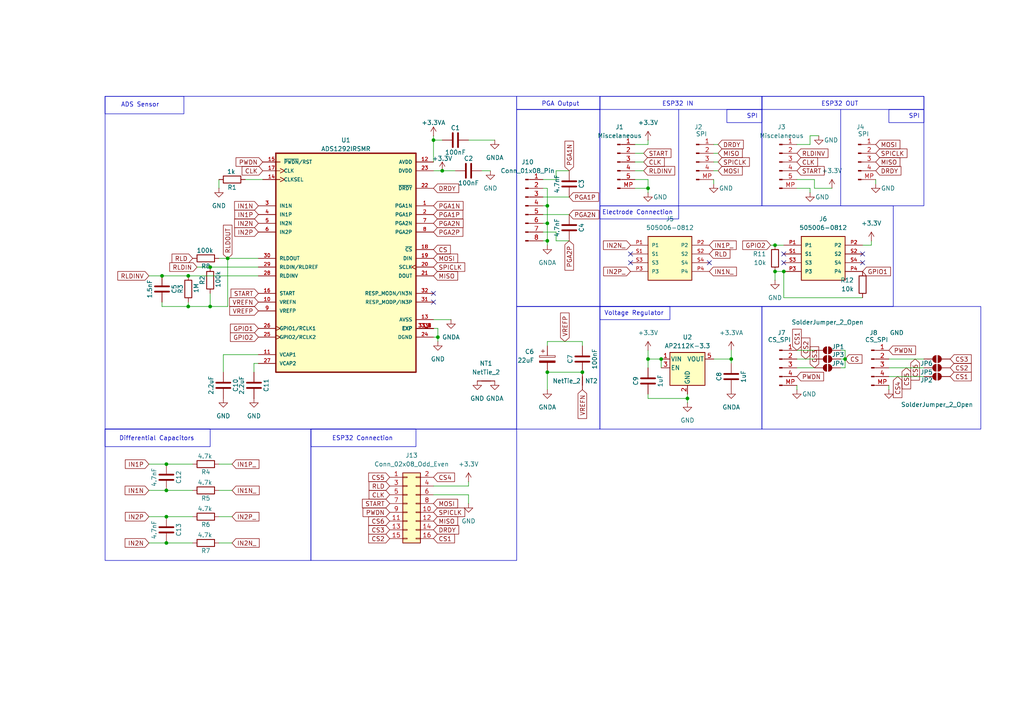
<source format=kicad_sch>
(kicad_sch (version 20231120) (generator "eeschema") (generator_version "8.0")
  (paper "A4")
  (lib_symbols
    (symbol "505006-0812:505006-0812" (pin_names (offset 1.016))
      (property "Reference" "J" (at 19.05 7.62 0))
      (property "Value" "505006-0812" (at 19.05 5.08 0))
      (symbol "505006-0812_0_0"
        (pin bidirectional line (at 0 0 0) (length 5.08) (name "P1") (number "P1"))
        (pin bidirectional line (at 22.86 0 180) (length 5.08) (name "P2") (number "P2"))
        (pin bidirectional line (at 0 -7.62 0) (length 5.08) (name "P3") (number "P3"))
        (pin bidirectional line (at 22.86 -7.62 180) (length 5.08) (name "P4") (number "P4"))
        (pin bidirectional line (at 0 -2.54 0) (length 5.08) (name "S1") (number "S1"))
        (pin bidirectional line (at 22.86 -2.54 180) (length 5.08) (name "S2") (number "S2"))
        (pin bidirectional line (at 0 -5.08 0) (length 5.08) (name "S3") (number "S3"))
        (pin bidirectional line (at 22.86 -5.08 180) (length 5.08) (name "S4") (number "S4"))
      )
    )
    (symbol "ADS1292IRSMR_1" (pin_names (offset 1.016))
      (property "Reference" "U" (at -20.32 39.1 0))
      (property "Value" "ADS1292IRSMR" (at -7.874 -28.194 0))
      (symbol "ADS1292IRSMR_1_0_0"
        (pin output line (at 25.4 22.86 180) (length 5.08) (name "PGA1N") (number "1"))
        (pin input line (at -25.4 -5.08 0) (length 5.08) (name "VREFN") (number "10"))
        (pin bidirectional line (at -25.4 -20.32 0) (length 5.08) (name "VCAP1") (number "11"))
        (pin power_in line (at 25.4 35.56 180) (length 5.08) (name "AVDD") (number "12"))
        (pin power_in line (at 25.4 -10.16 180) (length 5.08) (name "AVSS") (number "13"))
        (pin input clock (at -24.13 30.48 0) (length 5.08) (name "CLKSEL") (number "14"))
        (pin input line (at -24.13 35.56 0) (length 5.08) (name "~{PWDN}/RST") (number "15"))
        (pin input line (at -25.4 -2.54 0) (length 5.08) (name "START") (number "16"))
        (pin input clock (at -24.13 33.02 0) (length 5.08) (name "CLK") (number "17"))
        (pin input line (at 25.4 10.16 180) (length 5.08) (name "~{CS}") (number "18"))
        (pin input line (at 25.4 7.62 180) (length 5.08) (name "DIN") (number "19"))
        (pin output line (at 25.4 20.32 180) (length 5.08) (name "PGA1P") (number "2"))
        (pin input clock (at 25.4 5.08 180) (length 5.08) (name "SCLK") (number "20"))
        (pin output line (at 25.4 2.54 180) (length 5.08) (name "DOUT") (number "21"))
        (pin output line (at 25.4 27.94 180) (length 5.08) (name "~{DRDY}") (number "22"))
        (pin power_in line (at 25.4 33.02 180) (length 5.08) (name "DVDD") (number "23"))
        (pin power_in line (at 25.4 -15.24 180) (length 5.08) (name "DGND") (number "24"))
        (pin bidirectional clock (at -25.4 -15.24 0) (length 5.08) (name "GPIO2/RCLK2") (number "25"))
        (pin bidirectional clock (at -25.4 -12.7 0) (length 5.08) (name "GPIO1/RCLK1") (number "26"))
        (pin bidirectional line (at -25.4 -22.86 0) (length 5.08) (name "VCAP2") (number "27"))
        (pin input line (at -25.4 2.54 0) (length 5.08) (name "RLDINV") (number "28"))
        (pin input line (at -25.4 5.08 0) (length 5.08) (name "RLDIN/RLDREF") (number "29"))
        (pin input line (at -25.4 22.86 0) (length 5.08) (name "IN1N") (number "3"))
        (pin output line (at -25.4 7.62 0) (length 5.08) (name "RLDOUT") (number "30"))
        (pin output line (at 25.4 -5.08 180) (length 5.08) (name "RESP_MODP/IN3P") (number "31"))
        (pin output line (at 25.4 -2.54 180) (length 5.08) (name "RESP_MODN/IN3N") (number "32"))
        (pin power_in line (at 25.4 -12.7 180) (length 5.08) (name "EXP") (number "33"))
        (pin power_in line (at 25.4 -12.7 180) (length 5.08) (name "EXP") (number "33_1"))
        (pin power_in line (at 25.4 -12.7 180) (length 5.08) (name "EXP") (number "33_2"))
        (pin power_in line (at 25.4 -12.7 180) (length 5.08) (name "EXP") (number "33_3"))
        (pin power_in line (at 25.4 -12.7 180) (length 5.08) (name "EXP") (number "33_4"))
        (pin power_in line (at 25.4 -12.7 180) (length 5.08) (name "EXP") (number "33_5"))
        (pin input line (at -25.4 20.32 0) (length 5.08) (name "IN1P") (number "4"))
        (pin input line (at -25.4 17.78 0) (length 5.08) (name "IN2N") (number "5"))
        (pin input line (at -25.4 15.24 0) (length 5.08) (name "IN2P") (number "6"))
        (pin output line (at 25.4 17.78 180) (length 5.08) (name "PGA2N") (number "7"))
        (pin output line (at 25.4 15.24 180) (length 5.08) (name "PGA2P") (number "8"))
        (pin input line (at -25.4 -7.62 0) (length 5.08) (name "VREFP") (number "9"))
      )
    )
    (symbol "Conn_01x05_Pin_1" (pin_names (offset 1.016) hide)
      (property "Reference" "J1" (at 0.635 10.16 0))
      (property "Value" "SPI" (at 1.524 8.128 0))
      (symbol "Conn_01x05_Pin_1_1_1"
        (pin passive line (at 5.08 5.08 180) (length 3.81) (name "Pin_1") (number "1"))
        (pin passive line (at 5.08 2.54 180) (length 3.81) (name "Pin_2") (number "2"))
        (pin passive line (at 5.08 0 180) (length 3.81) (name "Pin_3") (number "3"))
        (pin passive line (at 5.08 -2.54 180) (length 3.81) (name "Pin_4") (number "4"))
        (pin passive line (at 5.08 -5.08 180) (length 3.81) (name "Pin_5") (number "MP"))
      )
    )
    (symbol "Connector:Conn_01x06_Pin" (pin_names (offset 1.016) hide)
      (property "Reference" "J2" (at 0.635 10.16 0))
      (property "Value" "Miscelaneous" (at 0.635 7.62 0))
      (symbol "Conn_01x06_Pin_1_1"
        (pin passive line (at 5.08 5.08 180) (length 3.81) (name "Pin_1") (number "1"))
        (pin passive line (at 5.08 2.54 180) (length 3.81) (name "Pin_2") (number "2"))
        (pin passive line (at 5.08 0 180) (length 3.81) (name "Pin_3") (number "3"))
        (pin passive line (at 5.08 -2.54 180) (length 3.81) (name "Pin_4") (number "4"))
        (pin passive line (at 5.08 -5.08 180) (length 3.81) (name "Pin_5") (number "5"))
        (pin passive line (at 5.08 -7.62 180) (length 3.81) (name "Pin_6") (number "MP"))
      )
    )
    (symbol "Connector:Conn_01x08_Pin" (pin_names (offset 1.016) hide)
      (property "Reference" "J" (at 0 10.16 0))
      (property "Value" "Conn_01x08_Pin" (at 0 -12.7 0))
      (symbol "Conn_01x08_Pin_1_1"
        (pin passive line (at 5.08 7.62 180) (length 3.81) (name "Pin_1") (number "1"))
        (pin passive line (at 5.08 5.08 180) (length 3.81) (name "Pin_2") (number "2"))
        (pin passive line (at 5.08 2.54 180) (length 3.81) (name "Pin_3") (number "3"))
        (pin passive line (at 5.08 0 180) (length 3.81) (name "Pin_4") (number "4"))
        (pin passive line (at 5.08 -2.54 180) (length 3.81) (name "Pin_5") (number "5"))
        (pin passive line (at 5.08 -5.08 180) (length 3.81) (name "Pin_6") (number "6"))
        (pin passive line (at 5.08 -7.62 180) (length 3.81) (name "Pin_7") (number "7"))
        (pin passive line (at 5.08 -10.16 180) (length 3.81) (name "Pin_8") (number "8"))
      )
    )
    (symbol "Connector_Generic:Conn_02x08_Odd_Even" (pin_names (offset 1.016) hide)
      (property "Reference" "J" (at 1.27 10.16 0))
      (property "Value" "Conn_02x08_Odd_Even" (at 1.27 -12.7 0))
      (symbol "Conn_02x08_Odd_Even_1_1"
        (pin passive line (at -5.08 7.62 0) (length 3.81) (name "Pin_1") (number "1"))
        (pin passive line (at 7.62 -2.54 180) (length 3.81) (name "Pin_10") (number "10"))
        (pin passive line (at -5.08 -5.08 0) (length 3.81) (name "Pin_11") (number "11"))
        (pin passive line (at 7.62 -5.08 180) (length 3.81) (name "Pin_12") (number "12"))
        (pin passive line (at -5.08 -7.62 0) (length 3.81) (name "Pin_13") (number "13"))
        (pin passive line (at 7.62 -7.62 180) (length 3.81) (name "Pin_14") (number "14"))
        (pin passive line (at -5.08 -10.16 0) (length 3.81) (name "Pin_15") (number "15"))
        (pin passive line (at 7.62 -10.16 180) (length 3.81) (name "Pin_16") (number "16"))
        (pin passive line (at 7.62 7.62 180) (length 3.81) (name "Pin_2") (number "2"))
        (pin passive line (at -5.08 5.08 0) (length 3.81) (name "Pin_3") (number "3"))
        (pin passive line (at 7.62 5.08 180) (length 3.81) (name "Pin_4") (number "4"))
        (pin passive line (at -5.08 2.54 0) (length 3.81) (name "Pin_5") (number "5"))
        (pin passive line (at 7.62 2.54 180) (length 3.81) (name "Pin_6") (number "6"))
        (pin passive line (at -5.08 0 0) (length 3.81) (name "Pin_7") (number "7"))
        (pin passive line (at 7.62 0 180) (length 3.81) (name "Pin_8") (number "8"))
        (pin passive line (at -5.08 -2.54 0) (length 3.81) (name "Pin_9") (number "9"))
      )
    )
    (symbol "Device:C" (pin_numbers hide) (pin_names (offset 0.254))
      (property "Reference" "C" (at 0.635 2.54 0))
      (property "Value" "C" (at 0.635 -2.54 0))
      (symbol "C_1_1"
        (pin passive line (at 0 3.81 270) (length 2.794) (name "~") (number "1"))
        (pin passive line (at 0 -3.81 90) (length 2.794) (name "~") (number "2"))
      )
    )
    (symbol "Device:C_Polarized" (pin_numbers hide) (pin_names (offset 0.254))
      (property "Reference" "C" (at 0.635 2.54 0))
      (property "Value" "C_Polarized" (at 0.635 -2.54 0))
      (symbol "C_Polarized_1_1"
        (pin passive line (at 0 3.81 270) (length 2.794) (name "~") (number "1"))
        (pin passive line (at 0 -3.81 90) (length 2.794) (name "~") (number "2"))
      )
    )
    (symbol "Device:NetTie_2" (pin_numbers hide) (pin_names (offset 0) hide) (in_bom no)
      (property "Reference" "NT" (at 0 1.27 0))
      (property "Value" "NetTie_2" (at 0 -1.27 0))
      (symbol "NetTie_2_1_1"
        (pin passive line (at -2.54 0 0) (length 2.54) (name "1") (number "1"))
        (pin passive line (at 2.54 0 180) (length 2.54) (name "2") (number "2"))
      )
    )
    (symbol "Device:R" (pin_numbers hide) (pin_names (offset 0))
      (property "Reference" "R" (at 2.032 0 90))
      (property "Value" "R" (at 0 0 90))
      (symbol "R_1_1"
        (pin passive line (at 0 3.81 270) (length 1.27) (name "~") (number "1"))
        (pin passive line (at 0 -3.81 90) (length 1.27) (name "~") (number "2"))
      )
    )
    (symbol "Jumper:SolderJumper_2_Open" (pin_numbers hide) (pin_names (offset 0) hide) (exclude_from_sim yes) (in_bom no)
      (property "Reference" "JP" (at 0 2.032 0))
      (property "Value" "SolderJumper_2_Open" (at 0 -2.54 0))
      (symbol "SolderJumper_2_Open_1_1"
        (pin passive line (at -3.81 0 0) (length 2.54) (name "A") (number "1"))
        (pin passive line (at 3.81 0 180) (length 2.54) (name "B") (number "2"))
      )
    )
    (symbol "Regulator_Linear:AP2112K-3.3" (pin_names (offset 0.254))
      (property "Reference" "U" (at -5.08 5.715 0))
      (property "Value" "AP2112K-3.3" (at 0 5.715 0))
      (symbol "AP2112K-3.3_1_1"
        (pin power_in line (at -7.62 2.54 0) (length 2.54) (name "VIN") (number "1"))
        (pin power_in line (at 0 -7.62 90) (length 2.54) (name "GND") (number "2"))
        (pin input line (at -7.62 0 0) (length 2.54) (name "EN") (number "3"))
        (pin no_connect line (at 5.08 0 180) (length 2.54) hide (name "NC") (number "4"))
        (pin power_out line (at 7.62 2.54 180) (length 2.54) (name "VOUT") (number "5"))
      )
    )
    (symbol "power:+3.3V" (power) (pin_numbers hide) (pin_names (offset 0) hide)
      (property "Value" "+3.3V" (at 0 3.556 0))
      (symbol "+3.3V_1_1"
        (pin power_in line (at 0 0 90) (length 0) (name "~") (number "1"))
      )
    )
    (symbol "power:+3.3VA" (power) (pin_numbers hide) (pin_names (offset 0) hide)
      (property "Value" "+3.3VA" (at 0 3.556 0))
      (symbol "+3.3VA_1_1"
        (pin power_in line (at 0 0 90) (length 0) (name "~") (number "1"))
      )
    )
    (symbol "power:GND" (power) (pin_numbers hide) (pin_names (offset 0) hide)
      (property "Value" "GND" (at 0 -3.81 0))
      (symbol "GND_1_1"
        (pin power_in line (at 0 0 270) (length 0) (name "~") (number "1"))
      )
    )
    (symbol "power:GNDA" (power) (pin_numbers hide) (pin_names (offset 0) hide)
      (property "Value" "GNDA" (at 0 -3.81 0))
      (symbol "GNDA_1_1"
        (pin power_in line (at 0 0 270) (length 0) (name "~") (number "1"))
      )
    )
  )
  (junction (at 128.27 49.53))
  (junction (at 212.09 104.14))
  (junction (at 48.26 142.24))
  (junction (at 158.75 59.69))
  (junction (at 199.39 115.57))
  (junction (at 125.73 40.64))
  (junction (at 54.61 80.01))
  (junction (at 224.79 71.12))
  (junction (at 187.96 104.14))
  (junction (at 191.77 104.14))
  (junction (at 224.79 78.74))
  (junction (at 54.61 88.9))
  (junction (at 158.75 107.95))
  (junction (at 168.91 107.95))
  (junction (at 46.99 80.01))
  (junction (at 48.26 157.48))
  (junction (at 48.26 134.62))
  (junction (at 187.96 54.61))
  (junction (at 158.75 64.77))
  (junction (at 60.96 77.47))
  (junction (at 227.33 78.74))
  (junction (at 60.96 88.9))
  (junction (at 245.11 104.14))
  (junction (at 66.04 74.93))
  (junction (at 158.75 69.85))
  (junction (at 127 97.79))
  (junction (at 48.26 149.86))
  (no_connect (at 205.74 76.2))
  (no_connect (at 182.88 76.2))
  (no_connect (at 250.19 73.66))
  (no_connect (at 227.33 76.2))
  (no_connect (at 125.73 85.09))
  (no_connect (at 125.73 87.63))
  (no_connect (at 182.88 73.66))
  (no_connect (at 250.19 76.2))
  (no_connect (at 227.33 73.66))
  (wire (pts (xy 231.14 104.14) (xy 236.22 104.14)))
  (wire (pts (xy 161.29 69.85) (xy 165.1 69.85)))
  (wire (pts (xy 55.88 157.48) (xy 48.26 157.48)))
  (wire (pts (xy 67.31 134.62) (xy 63.5 134.62)))
  (wire (pts (xy 207.01 104.14) (xy 212.09 104.14)))
  (wire (pts (xy 207.01 41.91) (xy 208.28 41.91)))
  (wire (pts (xy 54.61 80.01) (xy 74.93 80.01)))
  (wire (pts (xy 125.73 49.53) (xy 128.27 49.53)))
  (wire (pts (xy 60.96 88.9) (xy 54.61 88.9)))
  (wire (pts (xy 157.48 64.77) (xy 158.75 64.77)))
  (wire (pts (xy 187.96 41.91) (xy 187.96 40.64)))
  (wire (pts (xy 184.15 52.07) (xy 187.96 52.07)))
  (wire (pts (xy 191.77 104.14) (xy 191.77 106.68)))
  (wire (pts (xy 158.75 69.85) (xy 157.48 69.85)))
  (wire (pts (xy 245.11 101.6) (xy 243.84 101.6)))
  (wire (pts (xy 74.93 74.93) (xy 66.04 74.93)))
  (wire (pts (xy 48.26 142.24) (xy 55.88 142.24)))
  (wire (pts (xy 135.89 40.64) (xy 143.51 40.64)))
  (wire (pts (xy 161.29 69.85) (xy 161.29 67.31)))
  (wire (pts (xy 125.73 97.79) (xy 127 97.79)))
  (wire (pts (xy 125.73 40.64) (xy 128.27 40.64)))
  (wire (pts (xy 48.26 134.62) (xy 55.88 134.62)))
  (wire (pts (xy 157.48 54.61) (xy 158.75 54.61)))
  (wire (pts (xy 125.73 92.71) (xy 130.81 92.71)))
  (wire (pts (xy 158.75 99.06) (xy 168.91 99.06)))
  (wire (pts (xy 60.96 85.09) (xy 60.96 88.9)))
  (wire (pts (xy 187.96 104.14) (xy 191.77 104.14)))
  (wire (pts (xy 187.96 114.3) (xy 187.96 115.57)))
  (wire (pts (xy 199.39 115.57) (xy 199.39 116.84)))
  (wire (pts (xy 127 97.79) (xy 127 99.06)))
  (wire (pts (xy 125.73 143.51) (xy 135.89 143.51)))
  (wire (pts (xy 43.18 80.01) (xy 46.99 80.01)))
  (wire (pts (xy 187.96 115.57) (xy 199.39 115.57)))
  (wire (pts (xy 43.18 157.48) (xy 48.26 157.48)))
  (wire (pts (xy 158.75 69.85) (xy 158.75 71.12)))
  (wire (pts (xy 139.7 49.53) (xy 142.24 49.53)))
  (wire (pts (xy 224.79 78.74) (xy 227.33 78.74)))
  (wire (pts (xy 168.91 99.06) (xy 168.91 100.33)))
  (wire (pts (xy 267.97 109.22) (xy 257.81 109.22)))
  (wire (pts (xy 187.96 101.6) (xy 187.96 104.14)))
  (wire (pts (xy 223.52 71.12) (xy 224.79 71.12)))
  (polyline (pts (xy 243.84 31.75) (xy 243.84 59.69)))
  (wire (pts (xy 125.73 40.64) (xy 125.73 39.37)))
  (wire (pts (xy 186.69 44.45) (xy 184.15 44.45)))
  (wire (pts (xy 63.5 54.61) (xy 63.5 52.07)))
  (wire (pts (xy 234.95 39.37) (xy 237.49 39.37)))
  (wire (pts (xy 250.19 71.12) (xy 252.73 71.12)))
  (wire (pts (xy 267.97 104.14) (xy 257.81 104.14)))
  (wire (pts (xy 67.31 157.48) (xy 63.5 157.48)))
  (wire (pts (xy 186.69 49.53) (xy 184.15 49.53)))
  (wire (pts (xy 231.14 41.91) (xy 234.95 41.91)))
  (wire (pts (xy 74.93 105.41) (xy 73.66 105.41)))
  (wire (pts (xy 158.75 54.61) (xy 158.75 59.69)))
  (wire (pts (xy 125.73 140.97) (xy 135.89 140.97)))
  (wire (pts (xy 234.95 54.61) (xy 234.95 55.88)))
  (wire (pts (xy 267.97 106.68) (xy 257.81 106.68)))
  (wire (pts (xy 158.75 107.95) (xy 168.91 107.95)))
  (wire (pts (xy 57.15 77.47) (xy 60.96 77.47)))
  (wire (pts (xy 254 52.07) (xy 254 53.34)))
  (wire (pts (xy 67.31 142.24) (xy 63.5 142.24)))
  (wire (pts (xy 245.11 106.68) (xy 243.84 106.68)))
  (wire (pts (xy 161.29 67.31) (xy 157.48 67.31)))
  (wire (pts (xy 63.5 74.93) (xy 66.04 74.93)))
  (wire (pts (xy 158.75 100.33) (xy 158.75 99.06)))
  (wire (pts (xy 187.96 104.14) (xy 187.96 106.68)))
  (wire (pts (xy 64.77 102.87) (xy 74.93 102.87)))
  (wire (pts (xy 73.66 105.41) (xy 73.66 107.95)))
  (wire (pts (xy 231.14 111.76) (xy 231.14 113.03)))
  (wire (pts (xy 231.14 54.61) (xy 234.95 54.61)))
  (wire (pts (xy 231.14 101.6) (xy 236.22 101.6)))
  (wire (pts (xy 199.39 114.3) (xy 199.39 115.57)))
  (wire (pts (xy 158.75 59.69) (xy 158.75 64.77)))
  (wire (pts (xy 71.12 52.07) (xy 76.2 52.07)))
  (wire (pts (xy 212.09 104.14) (xy 212.09 101.6)))
  (wire (pts (xy 125.73 40.64) (xy 125.73 46.99)))
  (wire (pts (xy 236.22 54.61) (xy 241.3 54.61)))
  (wire (pts (xy 157.48 59.69) (xy 158.75 59.69)))
  (wire (pts (xy 257.81 111.76) (xy 257.81 113.03)))
  (wire (pts (xy 157.48 62.23) (xy 165.1 62.23)))
  (wire (pts (xy 132.08 49.53) (xy 128.27 49.53)))
  (wire (pts (xy 224.79 81.28) (xy 224.79 78.74)))
  (wire (pts (xy 127 95.25) (xy 127 97.79)))
  (wire (pts (xy 67.31 149.86) (xy 63.5 149.86)))
  (wire (pts (xy 207.01 52.07) (xy 207.01 53.34)))
  (wire (pts (xy 231.14 106.68) (xy 236.22 106.68)))
  (wire (pts (xy 46.99 88.9) (xy 46.99 87.63)))
  (wire (pts (xy 135.89 139.7) (xy 135.89 140.97)))
  (wire (pts (xy 186.69 46.99) (xy 184.15 46.99)))
  (wire (pts (xy 236.22 52.07) (xy 231.14 52.07)))
  (wire (pts (xy 43.18 134.62) (xy 48.26 134.62)))
  (wire (pts (xy 161.29 49.53) (xy 161.29 52.07)))
  (wire (pts (xy 66.04 88.9) (xy 60.96 88.9)))
  (wire (pts (xy 208.28 46.99) (xy 207.01 46.99)))
  (wire (pts (xy 236.22 54.61) (xy 236.22 52.07)))
  (wire (pts (xy 64.77 102.87) (xy 64.77 107.95)))
  (wire (pts (xy 48.26 142.24) (xy 43.18 142.24)))
  (wire (pts (xy 54.61 88.9) (xy 54.61 87.63)))
  (wire (pts (xy 165.1 49.53) (xy 161.29 49.53)))
  (wire (pts (xy 66.04 74.93) (xy 66.04 88.9)))
  (wire (pts (xy 208.28 49.53) (xy 207.01 49.53)))
  (wire (pts (xy 157.48 52.07) (xy 161.29 52.07)))
  (wire (pts (xy 187.96 54.61) (xy 187.96 55.88)))
  (wire (pts (xy 43.18 149.86) (xy 48.26 149.86)))
  (wire (pts (xy 234.95 41.91) (xy 234.95 39.37)))
  (wire (pts (xy 135.89 143.51) (xy 135.89 146.05)))
  (polyline (pts (xy 196.85 31.75) (xy 196.85 59.69)))
  (wire (pts (xy 48.26 149.86) (xy 55.88 149.86)))
  (wire (pts (xy 158.75 107.95) (xy 158.75 113.03)))
  (wire (pts (xy 245.11 104.14) (xy 245.11 106.68)))
  (wire (pts (xy 245.11 104.14) (xy 243.84 104.14)))
  (wire (pts (xy 187.96 52.07) (xy 187.96 54.61)))
  (wire (pts (xy 245.11 101.6) (xy 245.11 104.14)))
  (wire (pts (xy 252.73 71.12) (xy 252.73 69.85)))
  (wire (pts (xy 125.73 95.25) (xy 127 95.25)))
  (wire (pts (xy 46.99 88.9) (xy 54.61 88.9)))
  (wire (pts (xy 157.48 57.15) (xy 165.1 57.15)))
  (wire (pts (xy 184.15 41.91) (xy 187.96 41.91)))
  (wire (pts (xy 184.15 54.61) (xy 187.96 54.61)))
  (wire (pts (xy 224.79 71.12) (xy 227.33 71.12)))
  (wire (pts (xy 227.33 86.36) (xy 227.33 78.74)))
  (wire (pts (xy 250.19 86.36) (xy 227.33 86.36)))
  (wire (pts (xy 208.28 44.45) (xy 207.01 44.45)))
  (wire (pts (xy 212.09 105.41) (xy 212.09 104.14)))
  (wire (pts (xy 60.96 77.47) (xy 74.93 77.47)))
  (wire (pts (xy 158.75 64.77) (xy 158.75 69.85)))
  (wire (pts (xy 46.99 80.01) (xy 54.61 80.01)))
  (rectangle (start 90.17 124.46) (end 120.65 129.54))
  (rectangle (start 30.48 27.94) (end 149.86 124.46))
  (rectangle (start 173.99 88.9) (end 194.31 92.71))
  (rectangle (start 173.99 27.94) (end 220.98 31.75))
  (rectangle (start 220.98 27.94) (end 267.97 31.75))
  (rectangle (start 30.48 27.94) (end 53.34 33.02))
  (rectangle (start 30.48 124.46) (end 60.96 129.54))
  (rectangle (start 173.99 88.9) (end 220.98 124.46))
  (rectangle (start 173.99 59.69) (end 259.08 88.9))
  (rectangle (start 220.98 88.9) (end 284.48 124.46))
  (rectangle (start 149.86 27.94) (end 173.99 31.75))
  (rectangle (start 257.81 31.75) (end 267.97 35.56))
  (rectangle (start 30.48 124.46) (end 90.17 162.56))
  (rectangle (start 149.86 31.75) (end 173.99 88.9))
  (rectangle (start 90.17 124.46) (end 149.86 162.56))
  (rectangle (start 149.86 88.9) (end 173.99 124.46))
  (rectangle (start 173.99 59.69) (end 196.85 63.5))
  (rectangle (start 210.82 31.75) (end 220.98 35.56))
  (rectangle (start 220.98 27.94) (end 267.97 59.69))
  (rectangle (start 173.99 27.94) (end 220.98 59.69))
  (text "Voltage Regulator" (at 183.896 90.932 0) (effects (font (size 1.27 1.27))))
  (text "ESP32 OUT\n" (at 243.586 30.226 0) (effects (font (size 1.27 1.27))))
  (text "ADS Sensor" (at 40.64 30.48 0) (effects (font (size 1.27 1.27))))
  (text "SPI" (at 218.186 33.782 0) (effects (font (size 1.27 1.27))))
  (text "SPI" (at 265.176 33.782 0) (effects (font (size 1.27 1.27))))
  (text "Electrode Connection\n" (at 184.912 61.722 0) (effects (font (size 1.27 1.27))))
  (text "ESP32 Connection" (at 105.156 127.254 0) (effects (font (size 1.27 1.27))))
  (text "ESP32 IN\n" (at 196.596 30.226 0) (effects (font (size 1.27 1.27))))
  (text "Differential Capacitors\n" (at 45.466 127.254 0) (effects (font (size 1.27 1.27))))
  (text "PGA Output" (at 162.56 30.226 0) (effects (font (size 1.27 1.27))))
  (global_label "CS4" (shape input) (at 125.73 138.43 0) (property "Intersheetrefs" "${INTERSHEET_REFS}" (effects (hide yes))))
  (global_label "IN2P" (shape input) (at 43.18 149.86 180) (property "Intersheetrefs" "${INTERSHEET_REFS}" (effects (hide yes))))
  (global_label "CS6" (shape input) (at 265.43 104.14 270) (property "Intersheetrefs" "${INTERSHEET_REFS}" (effects (hide yes))))
  (global_label "CS" (shape input) (at 125.73 72.39 0) (property "Intersheetrefs" "${INTERSHEET_REFS}" (effects (hide yes))))
  (global_label "CS3" (shape input) (at 113.03 153.67 180) (property "Intersheetrefs" "${INTERSHEET_REFS}" (effects (hide yes))))
  (global_label "CS5" (shape input) (at 262.89 106.68 270) (property "Intersheetrefs" "${INTERSHEET_REFS}" (effects (hide yes))))
  (global_label "MISO" (shape input) (at 125.73 151.13 0) (property "Intersheetrefs" "${INTERSHEET_REFS}" (effects (hide yes))))
  (global_label "IN2P_" (shape input) (at 67.31 149.86 0) (property "Intersheetrefs" "${INTERSHEET_REFS}" (effects (hide yes))))
  (global_label "CS2" (shape input) (at 113.03 156.21 180) (property "Intersheetrefs" "${INTERSHEET_REFS}" (effects (hide yes))))
  (global_label "CS3" (shape input) (at 275.59 104.14 0) (property "Intersheetrefs" "${INTERSHEET_REFS}" (effects (hide yes))))
  (global_label "DRDY" (shape input) (at 125.73 54.61 0) (property "Intersheetrefs" "${INTERSHEET_REFS}" (effects (hide yes))))
  (global_label "SPICLK" (shape input) (at 125.73 148.59 0) (property "Intersheetrefs" "${INTERSHEET_REFS}" (effects (hide yes))))
  (global_label "CS2" (shape input) (at 233.68 104.14 90) (property "Intersheetrefs" "${INTERSHEET_REFS}" (effects (hide yes))))
  (global_label "RLD" (shape input) (at 113.03 140.97 180) (property "Intersheetrefs" "${INTERSHEET_REFS}" (effects (hide yes))))
  (global_label "IN1N_" (shape input) (at 67.31 142.24 0) (property "Intersheetrefs" "${INTERSHEET_REFS}" (effects (hide yes))))
  (global_label "MOSI" (shape input) (at 125.73 74.93 0) (property "Intersheetrefs" "${INTERSHEET_REFS}" (effects (hide yes))))
  (global_label "CS6" (shape input) (at 113.03 151.13 180) (property "Intersheetrefs" "${INTERSHEET_REFS}" (effects (hide yes))))
  (global_label "IN1N" (shape input) (at 74.93 59.69 180) (property "Intersheetrefs" "${INTERSHEET_REFS}" (effects (hide yes))))
  (global_label "PGA2N" (shape input) (at 125.73 64.77 0) (property "Intersheetrefs" "${INTERSHEET_REFS}" (effects (hide yes))))
  (global_label "RLD" (shape input) (at 55.88 74.93 180) (property "Intersheetrefs" "${INTERSHEET_REFS}" (effects (hide yes))))
  (global_label "GPIO2" (shape input) (at 74.93 97.79 180) (property "Intersheetrefs" "${INTERSHEET_REFS}" (effects (hide yes))))
  (global_label "PGA1P" (shape input) (at 125.73 62.23 0) (property "Intersheetrefs" "${INTERSHEET_REFS}" (effects (hide yes))))
  (global_label "RLDINV" (shape input) (at 231.14 44.45 0) (property "Intersheetrefs" "${INTERSHEET_REFS}" (effects (hide yes))))
  (global_label "MOSI" (shape input) (at 254 41.91 0) (property "Intersheetrefs" "${INTERSHEET_REFS}" (effects (hide yes))))
  (global_label "CS1" (shape input) (at 275.59 109.22 0) (property "Intersheetrefs" "${INTERSHEET_REFS}" (effects (hide yes))))
  (global_label "CLK" (shape input) (at 231.14 46.99 0) (property "Intersheetrefs" "${INTERSHEET_REFS}" (effects (hide yes))))
  (global_label "MISO" (shape input) (at 254 46.99 0) (property "Intersheetrefs" "${INTERSHEET_REFS}" (effects (hide yes))))
  (global_label "START" (shape input) (at 74.93 85.09 180) (property "Intersheetrefs" "${INTERSHEET_REFS}" (effects (hide yes))))
  (global_label "GPIO2" (shape input) (at 223.52 71.12 180) (property "Intersheetrefs" "${INTERSHEET_REFS}" (effects (hide yes))))
  (global_label "GPIO1" (shape input) (at 74.93 95.25 180) (property "Intersheetrefs" "${INTERSHEET_REFS}" (effects (hide yes))))
  (global_label "CLK" (shape input) (at 76.2 49.53 180) (property "Intersheetrefs" "${INTERSHEET_REFS}" (effects (hide yes))))
  (global_label "PWDN" (shape input) (at 257.81 101.6 0) (property "Intersheetrefs" "${INTERSHEET_REFS}" (effects (hide yes))))
  (global_label "VREFN" (shape input) (at 74.93 87.63 180) (property "Intersheetrefs" "${INTERSHEET_REFS}" (effects (hide yes))))
  (global_label "DRDY" (shape input) (at 254 49.53 0) (property "Intersheetrefs" "${INTERSHEET_REFS}" (effects (hide yes))))
  (global_label "IN2N" (shape input) (at 74.93 64.77 180) (property "Intersheetrefs" "${INTERSHEET_REFS}" (effects (hide yes))))
  (global_label "PGA1N" (shape input) (at 125.73 59.69 0) (property "Intersheetrefs" "${INTERSHEET_REFS}" (effects (hide yes))))
  (global_label "CS5" (shape input) (at 113.03 138.43 180) (property "Intersheetrefs" "${INTERSHEET_REFS}" (effects (hide yes))))
  (global_label "VREFP" (shape input) (at 163.83 99.06 90) (property "Intersheetrefs" "${INTERSHEET_REFS}" (effects (hide yes))))
  (global_label "VREFP" (shape input) (at 74.93 90.17 180) (property "Intersheetrefs" "${INTERSHEET_REFS}" (effects (hide yes))))
  (global_label "START" (shape input) (at 186.69 44.45 0) (property "Intersheetrefs" "${INTERSHEET_REFS}" (effects (hide yes))))
  (global_label "CLK" (shape input) (at 113.03 143.51 180) (property "Intersheetrefs" "${INTERSHEET_REFS}" (effects (hide yes))))
  (global_label "MISO" (shape input) (at 125.73 80.01 0) (property "Intersheetrefs" "${INTERSHEET_REFS}" (effects (hide yes))))
  (global_label "PGA1N" (shape input) (at 165.1 49.53 90) (property "Intersheetrefs" "${INTERSHEET_REFS}" (effects (hide yes))))
  (global_label "IN2N_" (shape input) (at 182.88 71.12 180) (property "Intersheetrefs" "${INTERSHEET_REFS}" (effects (hide yes))))
  (global_label "PGA2P" (shape input) (at 125.73 67.31 0) (property "Intersheetrefs" "${INTERSHEET_REFS}" (effects (hide yes))))
  (global_label "DRDY" (shape input) (at 125.73 153.67 0) (property "Intersheetrefs" "${INTERSHEET_REFS}" (effects (hide yes))))
  (global_label "VREFN" (shape input) (at 168.91 113.03 270) (property "Intersheetrefs" "${INTERSHEET_REFS}" (effects (hide yes))))
  (global_label "IN2N_" (shape input) (at 67.31 157.48 0) (property "Intersheetrefs" "${INTERSHEET_REFS}" (effects (hide yes))))
  (global_label "PGA1P" (shape input) (at 165.1 57.15 0) (property "Intersheetrefs" "${INTERSHEET_REFS}" (effects (hide yes))))
  (global_label "CLK" (shape input) (at 186.69 46.99 0) (property "Intersheetrefs" "${INTERSHEET_REFS}" (effects (hide yes))))
  (global_label "RLDIN" (shape input) (at 57.15 77.47 180) (property "Intersheetrefs" "${INTERSHEET_REFS}" (effects (hide yes))))
  (global_label "START" (shape input) (at 231.14 49.53 0) (property "Intersheetrefs" "${INTERSHEET_REFS}" (effects (hide yes))))
  (global_label "IN2P_" (shape input) (at 182.88 78.74 180) (property "Intersheetrefs" "${INTERSHEET_REFS}" (effects (hide yes))))
  (global_label "CS" (shape input) (at 245.11 104.14 0) (property "Intersheetrefs" "${INTERSHEET_REFS}" (effects (hide yes))))
  (global_label "GPIO1" (shape input) (at 250.19 78.74 0) (property "Intersheetrefs" "${INTERSHEET_REFS}" (effects (hide yes))))
  (global_label "CS2" (shape input) (at 275.59 106.68 0) (property "Intersheetrefs" "${INTERSHEET_REFS}" (effects (hide yes))))
  (global_label "IN1P" (shape input) (at 43.18 134.62 180) (property "Intersheetrefs" "${INTERSHEET_REFS}" (effects (hide yes))))
  (global_label "RLD" (shape input) (at 205.74 73.66 0) (property "Intersheetrefs" "${INTERSHEET_REFS}" (effects (hide yes))))
  (global_label "PGA2P" (shape input) (at 165.1 69.85 270) (property "Intersheetrefs" "${INTERSHEET_REFS}" (effects (hide yes))))
  (global_label "CS1" (shape input) (at 125.73 156.21 0) (property "Intersheetrefs" "${INTERSHEET_REFS}" (effects (hide yes))))
  (global_label "CS3" (shape input) (at 236.22 106.68 90) (property "Intersheetrefs" "${INTERSHEET_REFS}" (effects (hide yes))))
  (global_label "SPICLK" (shape input) (at 254 44.45 0) (property "Intersheetrefs" "${INTERSHEET_REFS}" (effects (hide yes))))
  (global_label "PWDN" (shape input) (at 113.03 148.59 180) (property "Intersheetrefs" "${INTERSHEET_REFS}" (effects (hide yes))))
  (global_label "IN2P" (shape input) (at 74.93 67.31 180) (property "Intersheetrefs" "${INTERSHEET_REFS}" (effects (hide yes))))
  (global_label "MISO" (shape input) (at 208.28 44.45 0) (property "Intersheetrefs" "${INTERSHEET_REFS}" (effects (hide yes))))
  (global_label "IN1N" (shape input) (at 43.18 142.24 180) (property "Intersheetrefs" "${INTERSHEET_REFS}" (effects (hide yes))))
  (global_label "IN1P" (shape input) (at 74.93 62.23 180) (property "Intersheetrefs" "${INTERSHEET_REFS}" (effects (hide yes))))
  (global_label "SPICLK" (shape input) (at 125.73 77.47 0) (property "Intersheetrefs" "${INTERSHEET_REFS}" (effects (hide yes))))
  (global_label "CS1" (shape input) (at 231.14 101.6 90) (property "Intersheetrefs" "${INTERSHEET_REFS}" (effects (hide yes))))
  (global_label "PWDN" (shape input) (at 76.2 46.99 180) (property "Intersheetrefs" "${INTERSHEET_REFS}" (effects (hide yes))))
  (global_label "MOSI" (shape input) (at 125.73 146.05 0) (property "Intersheetrefs" "${INTERSHEET_REFS}" (effects (hide yes))))
  (global_label "PWDN" (shape input) (at 231.14 109.22 0) (property "Intersheetrefs" "${INTERSHEET_REFS}" (effects (hide yes))))
  (global_label "IN1P_" (shape input) (at 67.31 134.62 0) (property "Intersheetrefs" "${INTERSHEET_REFS}" (effects (hide yes))))
  (global_label "RLDINV" (shape input) (at 43.18 80.01 180) (property "Intersheetrefs" "${INTERSHEET_REFS}" (effects (hide yes))))
  (global_label "RLDOUT" (shape input) (at 66.04 74.93 90) (property "Intersheetrefs" "${INTERSHEET_REFS}" (effects (hide yes))))
  (global_label "START" (shape input) (at 113.03 146.05 180) (property "Intersheetrefs" "${INTERSHEET_REFS}" (effects (hide yes))))
  (global_label "DRDY" (shape input) (at 208.28 41.91 0) (property "Intersheetrefs" "${INTERSHEET_REFS}" (effects (hide yes))))
  (global_label "SPICLK" (shape input) (at 208.28 46.99 0) (property "Intersheetrefs" "${INTERSHEET_REFS}" (effects (hide yes))))
  (global_label "RLDINV" (shape input) (at 186.69 49.53 0) (property "Intersheetrefs" "${INTERSHEET_REFS}" (effects (hide yes))))
  (global_label "IN1N_" (shape input) (at 205.74 78.74 0) (property "Intersheetrefs" "${INTERSHEET_REFS}" (effects (hide yes))))
  (global_label "PGA2N" (shape input) (at 165.1 62.23 0) (property "Intersheetrefs" "${INTERSHEET_REFS}" (effects (hide yes))))
  (global_label "IN1P_" (shape input) (at 205.74 71.12 0) (property "Intersheetrefs" "${INTERSHEET_REFS}" (effects (hide yes))))
  (global_label "MOSI" (shape input) (at 208.28 49.53 0) (property "Intersheetrefs" "${INTERSHEET_REFS}" (effects (hide yes))))
  (global_label "CS4" (shape input) (at 260.35 109.22 270) (property "Intersheetrefs" "${INTERSHEET_REFS}" (effects (hide yes))))
  (global_label "IN2N" (shape input) (at 43.18 157.48 180) (property "Intersheetrefs" "${INTERSHEET_REFS}" (effects (hide yes))))
  (symbol (lib_id "power:GND") (at 234.95 55.88 0) (unit 1)
    (property "Reference" "#PWR011" (effects (hide yes)))
    (property "Value" "GND" (at 238.506 57.15 0))
    (property "Description" "Power symbol creates a global label with name \"GND\" , ground" (effects (hide yes)))
  )
  (symbol (lib_id "Device:R") (at 59.69 157.48 270) (unit 1)
    (property "Reference" "R7" (at 59.69 159.766 90))
    (property "Value" "4.7k" (at 59.436 155.194 90))
    (property "Footprint" "Resistor_SMD:R_0805_2012Metric_Pad1.20x1.40mm_HandSolder" (effects (hide yes)))
    (property "Description" "Resistor" (effects (hide yes)))
  )
  (symbol (lib_id "Device:C") (at 48.26 138.43 0) (unit 1)
    (property "Reference" "C12" (at 51.816 138.43 90))
    (property "Value" "4.7nF" (at 44.704 138.43 90))
    (property "Footprint" "Capacitor_SMD:C_0805_2012Metric" (effects (hide yes)))
    (property "Description" "Unpolarized capacitor" (effects (hide yes)))
  )
  (symbol (lib_id "power:GNDA") (at 212.09 113.03 0) (unit 1)
    (property "Reference" "#PWR022" (effects (hide yes)))
    (property "Value" "GNDA" (at 212.09 118.11 0))
    (property "Description" "Power symbol creates a global label with name \"GNDA\" , analog ground" (effects (hide yes)))
  )
  (symbol (lib_id "Device:R") (at 224.79 74.93 0) (mirror y) (unit 1)
    (property "Reference" "R11" (at 222.25 73.6599 0) (effects (justify left)))
    (property "Value" "10k" (at 222.25 76.1999 0) (effects (justify left)))
    (property "Footprint" "Resistor_SMD:R_0603_1608Metric" (effects (hide yes)))
    (property "Description" "Resistor" (effects (hide yes)))
  )
  (symbol (lib_id "power:GND") (at 142.24 49.53 0) (unit 1)
    (property "Reference" "#PWR06" (effects (hide yes)))
    (property "Value" "GND" (at 142.24 54.61 0))
    (property "Description" "Power symbol creates a global label with name \"GND\" , ground" (effects (hide yes)))
  )
  (symbol (lib_id "Regulator_Linear:AP2112K-3.3") (at 199.39 106.68 0) (unit 1)
    (property "Reference" "U2" (at 199.39 97.79 0))
    (property "Value" "AP2112K-3.3" (at 199.39 100.33 0))
    (property "Footprint" "Package_TO_SOT_SMD:SOT-23-5" (effects (hide yes)))
    (property "Datasheet" "https://www.diodes.com/assets/Datasheets/AP2112.pdf" (effects (hide yes)))
    (property "Description" "600mA low dropout linear regulator, with enable pin, 3.8V-6V input voltage range, 3.3V fixed positive output, SOT-23-5" (effects (hide yes)))
  )
  (symbol (lib_name "ADS1292IRSMR_1") (lib_id "ADS1292IRSMR:ADS1292IRSMR") (at 100.33 82.55 0) (unit 1)
    (property "Reference" "U1" (at 100.33 40.64 0))
    (property "Value" "ADS1292IRSMR" (at 100.33 43.18 0))
    (property "Footprint" "Package_DFN_QFN:QFN-32-1EP_4x4mm_P0.4mm_EP2.9x2.9mm" (effects (hide yes)))
    (property "MF" "Texas Instruments" (effects (hide yes)))
    (property "Description_1" "\n24-bit, 2-ch, Low-Power Analog Front END (AFE) for ECG Applications\n" (effects (hide yes)))
    (property "Package" "VQFN-32 Texas Instruments" (effects (hide yes)))
    (property "Price" "None" (effects (hide yes)))
    (property "SnapEDA_Link" "https://www.snapeda.com/parts/ADS1292IRSMR/Texas+Instruments/view-part/?ref=snap" (effects (hide yes)))
    (property "MP" "ADS1292IRSMR" (effects (hide yes)))
    (property "Availability" "In Stock" (effects (hide yes)))
    (property "Check_prices" "https://www.snapeda.com/parts/ADS1292IRSMR/Texas+Instruments/view-part/?ref=eda" (effects (hide yes)))
  )
  (symbol (lib_id "Device:NetTie_2") (at 168.91 110.49 90) (unit 1) (in_bom no)
    (property "Reference" "NT2" (at 169.672 110.49 90) (effects (justify right)))
    (property "Value" "NetTie_2" (at 160.274 110.49 90) (effects (justify right)))
    (property "Footprint" "NetTie:NetTie-2_THT_Pad0.3mm" (effects (hide yes)))
    (property "Description" "Net tie, 2 pins" (effects (hide yes)))
  )
  (symbol (lib_id "Device:C") (at 135.89 49.53 90) (unit 1)
    (property "Reference" "C2" (at 135.89 45.974 90))
    (property "Value" "100nF" (at 135.89 53.086 90))
    (property "Footprint" "Capacitor_SMD:C_0805_2012Metric" (effects (hide yes)))
    (property "Description" "Unpolarized capacitor" (effects (hide yes)))
  )
  (symbol (lib_id "Connector:Conn_01x06_Pin") (at 179.07 46.99 0) (unit 1)
    (property "Reference" "J1" (at 179.705 36.83 0))
    (property "Value" "Miscelaneous" (at 179.705 39.37 0))
    (property "Footprint" "Connector_JST:JST_GH_SM05B-GHS-TB_1x05-1MP_P1.25mm_Horizontal" (effects (hide yes)))
    (property "Description" "Generic connector, single row, 01x06, script generated" (effects (hide yes)))
  )
  (symbol (lib_name "Conn_01x05_Pin_1") (lib_id "Connector:Conn_01x05_Pin") (at 226.06 106.68 0) (unit 1)
    (property "Reference" "J7" (at 226.695 96.52 0))
    (property "Value" "CS_SPI" (at 226.06 98.552 0))
    (property "Footprint" "Connector_JST:JST_GH_SM04B-GHS-TB_1x04-1MP_P1.25mm_Horizontal" (effects (hide yes)))
    (property "Description" "Generic connector, single row, 01x05, script generated" (effects (hide yes)))
  )
  (symbol (lib_id "power:+3.3VA") (at 125.73 39.37 0) (unit 1)
    (property "Reference" "#PWR01" (effects (hide yes)))
    (property "Value" "+3.3VA" (at 125.73 35.56 0))
    (property "Description" "Power symbol creates a global label with name \"+3.3VA\"" (effects (hide yes)))
  )
  (symbol (lib_id "Jumper:SolderJumper_2_Open") (at 240.03 101.6 0) (unit 1) (exclude_from_sim yes) (in_bom no)
    (property "Reference" "JP1" (at 243.078 100.584 0))
    (property "Value" "SolderJumper_2_Open" (at 240.03 93.472 0))
    (property "Footprint" "SEMG:JumperDiamond" (effects (hide yes)))
    (property "Description" "Solder Jumper, 2-pole, open" (effects (hide yes)))
  )
  (symbol (lib_id "Device:R") (at 67.31 52.07 270) (unit 1)
    (property "Reference" "R1" (at 67.31 54.356 90))
    (property "Value" "1k" (at 67.056 49.784 90))
    (property "Footprint" "Resistor_SMD:R_0603_1608Metric" (effects (hide yes)))
    (property "Description" "Resistor" (effects (hide yes)))
  )
  (symbol (lib_id "Jumper:SolderJumper_2_Open") (at 240.03 104.14 0) (unit 1) (exclude_from_sim yes) (in_bom no)
    (property "Reference" "JP3" (at 243.078 102.87 0))
    (property "Value" "SolderJumper_2_Open" (effects (hide yes)))
    (property "Footprint" "SEMG:JumperDiamond" (effects (hide yes)))
    (property "Description" "Solder Jumper, 2-pole, open" (effects (hide yes)))
  )
  (symbol (lib_id "Jumper:SolderJumper_2_Open") (at 271.78 106.68 180) (unit 1) (exclude_from_sim yes) (in_bom no)
    (property "Reference" "JP5" (at 268.732 107.95 0))
    (property "Value" "SolderJumper_2_Open" (effects (hide yes)))
    (property "Footprint" "SEMG:JumperDiamond" (effects (hide yes)))
    (property "Description" "Solder Jumper, 2-pole, open" (effects (hide yes)))
  )
  (symbol (lib_id "Device:C") (at 165.1 66.04 0) (unit 1)
    (property "Reference" "C4" (at 168.656 66.04 90))
    (property "Value" "4.7nF" (at 161.544 66.04 90))
    (property "Footprint" "Capacitor_SMD:C_0805_2012Metric" (effects (hide yes)))
    (property "Description" "Unpolarized capacitor" (effects (hide yes)))
  )
  (symbol (lib_id "Device:C") (at 165.1 53.34 0) (unit 1)
    (property "Reference" "C3" (at 168.656 53.34 90))
    (property "Value" "4.7nF" (at 161.544 53.34 90))
    (property "Footprint" "Capacitor_SMD:C_0805_2012Metric" (effects (hide yes)))
    (property "Description" "Unpolarized capacitor" (effects (hide yes)))
  )
  (symbol (lib_id "Device:C_Polarized") (at 158.75 104.14 0) (unit 1)
    (property "Reference" "C6" (at 154.94 101.9809 0) (effects (justify right)))
    (property "Value" "22uF" (at 154.94 104.5209 0) (effects (justify right)))
    (property "Footprint" "Capacitor_SMD:C_0805_2012Metric" (effects (hide yes)))
    (property "Description" "Polarized capacitor" (effects (hide yes)))
  )
  (symbol (lib_id "power:GND") (at 257.81 113.03 0) (unit 1)
    (property "Reference" "#PWR024" (effects (hide yes)))
    (property "Value" "GND" (at 260.096 96.52 0))
    (property "Description" "Power symbol creates a global label with name \"GND\" , ground" (effects (hide yes)))
  )
  (symbol (lib_id "power:GND") (at 73.66 115.57 0) (unit 1)
    (property "Reference" "#PWR026" (effects (hide yes)))
    (property "Value" "GND" (at 73.66 120.65 0))
    (property "Description" "Power symbol creates a global label with name \"GND\" , ground" (effects (hide yes)))
  )
  (symbol (lib_id "Device:NetTie_2") (at 140.97 110.49 0) (unit 1) (in_bom no)
    (property "Reference" "NT1" (at 140.97 105.41 0))
    (property "Value" "NetTie_2" (at 140.97 107.95 0))
    (property "Footprint" "NetTie:NetTie-2_THT_Pad0.3mm" (effects (hide yes)))
    (property "Description" "Net tie, 2 pins" (effects (hide yes)))
  )
  (symbol (lib_id "power:GND") (at 237.49 39.37 0) (unit 1)
    (property "Reference" "#PWR028" (effects (hide yes)))
    (property "Value" "GND" (at 241.046 40.64 0))
    (property "Description" "Power symbol creates a global label with name \"GND\" , ground" (effects (hide yes)))
  )
  (symbol (lib_id "power:GND") (at 224.79 81.28 0) (unit 1)
    (property "Reference" "#PWR014" (effects (hide yes)))
    (property "Value" "GND" (at 224.79 86.36 0))
    (property "Description" "Power symbol creates a global label with name \"GND\" , ground" (effects (hide yes)))
  )
  (symbol (lib_id "power:+3.3V") (at 187.96 101.6 0) (unit 1)
    (property "Reference" "#PWR017" (effects (hide yes)))
    (property "Value" "+3.3V" (at 187.96 96.52 0))
    (property "Description" "Power symbol creates a global label with name \"+3.3V\"" (effects (hide yes)))
  )
  (symbol (lib_id "Device:C") (at 64.77 111.76 0) (unit 1)
    (property "Reference" "C10" (at 68.326 111.76 90))
    (property "Value" "2.2uF" (at 61.214 111.76 90))
    (property "Footprint" "Capacitor_SMD:C_1206_3216Metric" (effects (hide yes)))
    (property "Description" "Unpolarized capacitor" (effects (hide yes)))
  )
  (symbol (lib_name "Conn_01x05_Pin_1") (lib_id "Connector:Conn_01x05_Pin") (at 201.93 46.99 0) (unit 1)
    (property "Reference" "J2" (at 202.565 36.83 0))
    (property "Value" "SPI" (at 203.454 38.862 0))
    (property "Footprint" "Connector_JST:JST_GH_SM04B-GHS-TB_1x04-1MP_P1.25mm_Horizontal" (effects (hide yes)))
    (property "Description" "Generic connector, single row, 01x05, script generated" (effects (hide yes)))
  )
  (symbol (lib_id "505006-0812:505006-0812") (at 227.33 71.12 0) (unit 1)
    (property "Reference" "J6" (at 238.76 63.5 0))
    (property "Value" "505006-0812" (at 238.76 66.04 0))
    (property "Footprint" "SEMG:5050060812" (effects (hide yes)))
    (property "MANUFACTURER_NAME" "Molex" (effects (hide yes)))
    (property "MF" "Molex" (effects (hide yes)))
    (property "MOUSER_PRICE-STOCK" "https://www.mouser.co.uk/ProductDetail/Molex/505006-0812?qs=PqoDHHvF649A7Brw7GeNAg%3D%3D" (effects (hide yes)))
    (property "DESCRIPTION" "Board to Board & Mezzanine Connectors SlimStack B/B Plug .40mm 10Ckt" (effects (hide yes)))
    (property "MOUSER_PART_NUMBER" "538-505006-0812" (effects (hide yes)))
    (property "Price" "None" (effects (hide yes)))
    (property "Package" "None" (effects (hide yes)))
    (property "Check_prices" "https://www.snapeda.com/parts/505006-0812/Molex/view-part/?ref=eda" (effects (hide yes)))
    (property "HEIGHT" "0.63mm" (effects (hide yes)))
    (property "SnapEDA_Link" "https://www.snapeda.com/parts/505006-0812/Molex/view-part/?ref=snap" (effects (hide yes)))
    (property "MP" "505006-0812" (effects (hide yes)))
    (property "Purchase-URL" "https://www.snapeda.com/api/url_track_click_mouser/?unipart_id=3230025&manufacturer=Molex&part_name=505006-0812&search_term=molex 5050" (effects (hide yes)))
    (property "Description_1" "\n8 (4 + 4 Power) Position Connector Plug, Outer Shroud Contacts Surface Mount Gold\n" (effects (hide yes)))
    (property "Availability" "In Stock" (effects (hide yes)))
    (property "MANUFACTURER_PART_NUMBER" "505006-0812" (effects (hide yes)))
  )
  (symbol (lib_id "Device:R") (at 59.69 142.24 270) (unit 1)
    (property "Reference" "R5" (at 59.69 144.526 90))
    (property "Value" "4.7k" (at 59.436 139.954 90))
    (property "Footprint" "Resistor_SMD:R_0805_2012Metric_Pad1.20x1.40mm_HandSolder" (effects (hide yes)))
    (property "Description" "Resistor" (effects (hide yes)))
  )
  (symbol (lib_id "power:GNDA") (at 158.75 71.12 0) (unit 1)
    (property "Reference" "#PWR012" (effects (hide yes)))
    (property "Value" "GNDA" (at 158.75 76.2 0))
    (property "Description" "Power symbol creates a global label with name \"GNDA\" , analog ground" (effects (hide yes)))
  )
  (symbol (lib_id "power:GND") (at 187.96 55.88 0) (unit 1)
    (property "Reference" "#PWR010" (effects (hide yes)))
    (property "Value" "GND" (at 191.516 57.15 0))
    (property "Description" "Power symbol creates a global label with name \"GND\" , ground" (effects (hide yes)))
  )
  (symbol (lib_name "Conn_01x05_Pin_1") (lib_id "Connector:Conn_01x05_Pin") (at 248.92 46.99 0) (unit 1)
    (property "Reference" "J4" (at 249.555 36.83 0))
    (property "Value" "SPI" (at 250.444 38.862 0))
    (property "Footprint" "Connector_JST:JST_GH_SM04B-GHS-TB_1x04-1MP_P1.25mm_Horizontal" (effects (hide yes)))
    (property "Description" "Generic connector, single row, 01x05, script generated" (effects (hide yes)))
  )
  (symbol (lib_id "power:GNDA") (at 143.51 110.49 0) (unit 1)
    (property "Reference" "#PWR020" (effects (hide yes)))
    (property "Value" "GNDA" (at 143.51 115.57 0))
    (property "Description" "Power symbol creates a global label with name \"GNDA\" , analog ground" (effects (hide yes)))
  )
  (symbol (lib_id "power:GND") (at 63.5 54.61 0) (unit 1)
    (property "Reference" "#PWR09" (effects (hide yes)))
    (property "Value" "GND" (at 63.5 59.69 0))
    (property "Description" "Power symbol creates a global label with name \"GND\" , ground" (effects (hide yes)))
  )
  (symbol (lib_id "Device:R") (at 60.96 81.28 180) (unit 1)
    (property "Reference" "R2" (at 58.674 81.28 90))
    (property "Value" "100k" (at 63.246 81.026 90))
    (property "Footprint" "Resistor_SMD:R_0603_1608Metric" (effects (hide yes)))
    (property "Description" "Resistor" (effects (hide yes)))
  )
  (symbol (lib_id "Device:C") (at 168.91 104.14 0) (mirror y) (unit 1)
    (property "Reference" "C7" (at 165.354 104.14 90))
    (property "Value" "100nF" (at 172.466 104.14 90))
    (property "Footprint" "Capacitor_SMD:C_0805_2012Metric" (effects (hide yes)))
    (property "Description" "Unpolarized capacitor" (effects (hide yes)))
  )
  (symbol (lib_id "Device:C") (at 46.99 83.82 0) (unit 1)
    (property "Reference" "C5" (at 50.546 83.82 90))
    (property "Value" "1.5nF" (at 43.434 83.82 90))
    (property "Footprint" "Capacitor_SMD:C_0603_1608Metric" (effects (hide yes)))
    (property "Description" "Unpolarized capacitor" (effects (hide yes)))
  )
  (symbol (lib_id "Device:R") (at 59.69 74.93 270) (unit 1)
    (property "Reference" "R8" (at 59.69 77.216 90))
    (property "Value" "100k" (at 59.436 72.644 90))
    (property "Footprint" "Resistor_SMD:R_0603_1608Metric" (effects (hide yes)))
    (property "Description" "Resistor" (effects (hide yes)))
  )
  (symbol (lib_id "power:GNDA") (at 130.81 92.71 0) (unit 1)
    (property "Reference" "#PWR015" (effects (hide yes)))
    (property "Value" "GNDA" (at 130.81 97.79 0))
    (property "Description" "Power symbol creates a global label with name \"GNDA\" , analog ground" (effects (hide yes)))
  )
  (symbol (lib_id "power:+3.3V") (at 128.27 49.53 0) (unit 1)
    (property "Reference" "#PWR05" (effects (hide yes)))
    (property "Value" "+3.3V" (at 128.27 45.974 0))
    (property "Description" "Power symbol creates a global label with name \"+3.3V\"" (effects (hide yes)))
  )
  (symbol (lib_id "power:GND") (at 207.01 53.34 0) (unit 1)
    (property "Reference" "#PWR07" (effects (hide yes)))
    (property "Value" "GND" (at 210.566 54.61 0))
    (property "Description" "Power symbol creates a global label with name \"GND\" , ground" (effects (hide yes)))
  )
  (symbol (lib_id "power:+3.3V") (at 187.96 40.64 0) (unit 1)
    (property "Reference" "#PWR03" (effects (hide yes)))
    (property "Value" "+3.3V" (at 187.96 35.56 0))
    (property "Description" "Power symbol creates a global label with name \"+3.3V\"" (effects (hide yes)))
  )
  (symbol (lib_id "power:GND") (at 138.43 110.49 0) (unit 1)
    (property "Reference" "#PWR019" (effects (hide yes)))
    (property "Value" "GND" (at 138.43 115.57 0))
    (property "Description" "Power symbol creates a global label with name \"GND\" , ground" (effects (hide yes)))
  )
  (symbol (lib_id "power:+3.3V") (at 135.89 139.7 0) (mirror y) (unit 1)
    (property "Reference" "#PWR030" (effects (hide yes)))
    (property "Value" "+3.3V" (at 135.89 134.62 0))
    (property "Description" "Power symbol creates a global label with name \"+3.3V\"" (effects (hide yes)))
  )
  (symbol (lib_id "505006-0812:505006-0812") (at 182.88 71.12 0) (unit 1)
    (property "Reference" "J5" (at 194.31 63.5 0))
    (property "Value" "505006-0812" (at 194.31 66.04 0))
    (property "Footprint" "SEMG:5050060812" (effects (hide yes)))
    (property "MANUFACTURER_NAME" "Molex" (effects (hide yes)))
    (property "MF" "Molex" (effects (hide yes)))
    (property "MOUSER_PRICE-STOCK" "https://www.mouser.co.uk/ProductDetail/Molex/505006-0812?qs=PqoDHHvF649A7Brw7GeNAg%3D%3D" (effects (hide yes)))
    (property "DESCRIPTION" "Board to Board & Mezzanine Connectors SlimStack B/B Plug .40mm 10Ckt" (effects (hide yes)))
    (property "MOUSER_PART_NUMBER" "538-505006-0812" (effects (hide yes)))
    (property "Price" "None" (effects (hide yes)))
    (property "Package" "None" (effects (hide yes)))
    (property "Check_prices" "https://www.snapeda.com/parts/505006-0812/Molex/view-part/?ref=eda" (effects (hide yes)))
    (property "HEIGHT" "0.63mm" (effects (hide yes)))
    (property "SnapEDA_Link" "https://www.snapeda.com/parts/505006-0812/Molex/view-part/?ref=snap" (effects (hide yes)))
    (property "MP" "505006-0812" (effects (hide yes)))
    (property "Purchase-URL" "https://www.snapeda.com/api/url_track_click_mouser/?unipart_id=3230025&manufacturer=Molex&part_name=505006-0812&search_term=molex 5050" (effects (hide yes)))
    (property "Description_1" "\n8 (4 + 4 Power) Position Connector Plug, Outer Shroud Contacts Surface Mount Gold\n" (effects (hide yes)))
    (property "Availability" "In Stock" (effects (hide yes)))
    (property "MANUFACTURER_PART_NUMBER" "505006-0812" (effects (hide yes)))
  )
  (symbol (lib_id "Device:C") (at 73.66 111.76 0) (unit 1)
    (property "Reference" "C11" (at 77.216 111.76 90))
    (property "Value" "2.2uF" (at 70.104 111.76 90))
    (property "Footprint" "Capacitor_SMD:C_1206_3216Metric" (effects (hide yes)))
    (property "Description" "Unpolarized capacitor" (effects (hide yes)))
  )
  (symbol (lib_id "power:GNDA") (at 158.75 113.03 0) (mirror y) (unit 1)
    (property "Reference" "#PWR021" (effects (hide yes)))
    (property "Value" "GNDA" (at 158.75 118.11 0))
    (property "Description" "Power symbol creates a global label with name \"GNDA\" , analog ground" (effects (hide yes)))
  )
  (symbol (lib_id "power:GND") (at 231.14 113.03 0) (unit 1)
    (property "Reference" "#PWR023" (effects (hide yes)))
    (property "Value" "GND" (at 234.696 114.3 0))
    (property "Description" "Power symbol creates a global label with name \"GND\" , ground" (effects (hide yes)))
  )
  (symbol (lib_id "Connector_Generic:Conn_02x08_Odd_Even") (at 118.11 146.05 0) (unit 1)
    (property "Reference" "J13" (at 119.38 132.08 0))
    (property "Value" "Conn_02x08_Odd_Even" (at 119.38 134.62 0))
    (property "Footprint" "Connector_PinHeader_1.27mm:PinHeader_2x08_P1.27mm_Vertical" (effects (hide yes)))
    (property "Description" "Generic connector, double row, 02x08, odd/even pin numbering scheme (row 1 odd numbers, row 2 even numbers), script generated (kicad-library-utils/schlib/autogen/connector/)" (effects (hide yes)))
  )
  (symbol (lib_id "power:GNDA") (at 143.51 40.64 0) (unit 1)
    (property "Reference" "#PWR02" (effects (hide yes)))
    (property "Value" "GNDA" (at 143.51 45.72 0))
    (property "Description" "Power symbol creates a global label with name \"GNDA\" , analog ground" (effects (hide yes)))
  )
  (symbol (lib_id "Device:R") (at 59.69 134.62 270) (unit 1)
    (property "Reference" "R4" (at 59.69 136.906 90))
    (property "Value" "4.7k" (at 59.436 132.334 90))
    (property "Footprint" "Resistor_SMD:R_0805_2012Metric_Pad1.20x1.40mm_HandSolder" (effects (hide yes)))
    (property "Description" "Resistor" (effects (hide yes)))
  )
  (symbol (lib_id "Device:C") (at 212.09 109.22 180) (unit 1)
    (property "Reference" "C8" (at 208.534 109.22 90))
    (property "Value" "1uF" (at 215.646 109.22 90))
    (property "Footprint" "Capacitor_SMD:C_0805_2012Metric" (effects (hide yes)))
    (property "Description" "Unpolarized capacitor" (effects (hide yes)))
  )
  (symbol (lib_id "power:GND") (at 127 99.06 0) (unit 1)
    (property "Reference" "#PWR016" (effects (hide yes)))
    (property "Value" "GND" (at 127 104.14 0))
    (property "Description" "Power symbol creates a global label with name \"GND\" , ground" (effects (hide yes)))
  )
  (symbol (lib_id "Device:R") (at 59.69 149.86 270) (unit 1)
    (property "Reference" "R6" (at 59.69 152.146 90))
    (property "Value" "4.7k" (at 59.436 147.574 90))
    (property "Footprint" "Resistor_SMD:R_0805_2012Metric_Pad1.20x1.40mm_HandSolder" (effects (hide yes)))
    (property "Description" "Resistor" (effects (hide yes)))
  )
  (symbol (lib_id "Connector:Conn_01x06_Pin") (at 226.06 46.99 0) (unit 1)
    (property "Reference" "J3" (at 226.695 36.83 0))
    (property "Value" "Miscelaneous" (at 226.695 39.37 0))
    (property "Footprint" "Connector_JST:JST_GH_SM05B-GHS-TB_1x05-1MP_P1.25mm_Horizontal" (effects (hide yes)))
    (property "Description" "Generic connector, single row, 01x06, script generated" (effects (hide yes)))
  )
  (symbol (lib_name "Conn_01x05_Pin_1") (lib_id "Connector:Conn_01x05_Pin") (at 252.73 106.68 0) (unit 1)
    (property "Reference" "J8" (at 253.365 96.52 0))
    (property "Value" "CS_SPI" (at 254.254 98.552 0))
    (property "Footprint" "Connector_JST:JST_GH_SM04B-GHS-TB_1x04-1MP_P1.25mm_Horizontal" (effects (hide yes)))
    (property "Description" "Generic connector, single row, 01x05, script generated" (effects (hide yes)))
  )
  (symbol (lib_id "Connector:Conn_01x08_Pin") (at 152.4 59.69 0) (unit 1)
    (property "Reference" "J10" (at 153.035 46.99 0))
    (property "Value" "Conn_01x08_Pin" (at 153.035 49.53 0))
    (property "Footprint" "Connector_PinHeader_2.54mm:PinHeader_1x08_P2.54mm_Vertical" (effects (hide yes)))
    (property "Description" "Generic connector, single row, 01x08, script generated" (effects (hide yes)))
  )
  (symbol (lib_id "power:+3.3V") (at 252.73 69.85 0) (unit 1)
    (property "Reference" "#PWR013" (effects (hide yes)))
    (property "Value" "+3.3V" (at 252.73 64.77 0))
    (property "Description" "Power symbol creates a global label with name \"+3.3V\"" (effects (hide yes)))
  )
  (symbol (lib_id "Jumper:SolderJumper_2_Open") (at 271.78 109.22 180) (unit 1) (exclude_from_sim yes) (in_bom no)
    (property "Reference" "JP2" (at 268.732 110.236 0))
    (property "Value" "SolderJumper_2_Open" (at 271.78 117.348 0))
    (property "Footprint" "SEMG:JumperDiamond" (effects (hide yes)))
    (property "Description" "Solder Jumper, 2-pole, open" (effects (hide yes)))
  )
  (symbol (lib_id "Device:C") (at 187.96 110.49 180) (unit 1)
    (property "Reference" "C9" (at 184.404 110.49 90))
    (property "Value" "1uF" (at 191.516 110.49 90))
    (property "Footprint" "Capacitor_SMD:C_0805_2012Metric" (effects (hide yes)))
    (property "Description" "Unpolarized capacitor" (effects (hide yes)))
  )
  (symbol (lib_id "power:+3.3V") (at 241.3 54.61 0) (mirror y) (unit 1)
    (property "Reference" "#PWR04" (effects (hide yes)))
    (property "Value" "+3.3V" (at 241.3 49.53 0))
    (property "Description" "Power symbol creates a global label with name \"+3.3V\"" (effects (hide yes)))
  )
  (symbol (lib_id "Device:R") (at 250.19 82.55 0) (mirror y) (unit 1)
    (property "Reference" "R12" (at 247.65 81.2799 0) (effects (justify left)))
    (property "Value" "10k" (at 247.65 83.8199 0) (effects (justify left)))
    (property "Footprint" "Resistor_SMD:R_0603_1608Metric" (effects (hide yes)))
    (property "Description" "Resistor" (effects (hide yes)))
  )
  (symbol (lib_id "power:+3.3VA") (at 212.09 101.6 0) (unit 1)
    (property "Reference" "#PWR018" (effects (hide yes)))
    (property "Value" "+3.3VA" (at 212.09 96.52 0))
    (property "Description" "Power symbol creates a global label with name \"+3.3VA\"" (effects (hide yes)))
  )
  (symbol (lib_id "power:GND") (at 135.89 146.05 0) (unit 1)
    (property "Reference" "#PWR029" (effects (hide yes)))
    (property "Value" "GND" (at 135.89 151.13 0))
    (property "Description" "Power symbol creates a global label with name \"GND\" , ground" (effects (hide yes)))
  )
  (symbol (lib_id "power:GND") (at 199.39 116.84 0) (unit 1)
    (property "Reference" "#PWR027" (effects (hide yes)))
    (property "Value" "GND" (at 199.39 121.92 0))
    (property "Description" "Power symbol creates a global label with name \"GND\" , ground" (effects (hide yes)))
  )
  (symbol (lib_id "Jumper:SolderJumper_2_Open") (at 271.78 104.14 180) (unit 1) (exclude_from_sim yes) (in_bom no)
    (property "Reference" "JP6" (at 268.732 105.41 0))
    (property "Value" "SolderJumper_2_Open" (effects (hide yes)))
    (property "Footprint" "SEMG:JumperDiamond" (effects (hide yes)))
    (property "Description" "Solder Jumper, 2-pole, open" (effects (hide yes)))
  )
  (symbol (lib_id "power:GND") (at 64.77 115.57 0) (unit 1)
    (property "Reference" "#PWR025" (effects (hide yes)))
    (property "Value" "GND" (at 64.77 120.65 0))
    (property "Description" "Power symbol creates a global label with name \"GND\" , ground" (effects (hide yes)))
  )
  (symbol (lib_id "Device:C") (at 132.08 40.64 90) (unit 1)
    (property "Reference" "C1" (at 132.08 37.084 90))
    (property "Value" "100nF" (at 132.08 44.196 90))
    (property "Footprint" "Capacitor_SMD:C_0603_1608Metric" (effects (hide yes)))
    (property "Description" "Unpolarized capacitor" (effects (hide yes)))
  )
  (symbol (lib_id "Device:R") (at 54.61 83.82 180) (unit 1)
    (property "Reference" "R3" (at 52.324 83.82 90))
    (property "Value" "1M" (at 56.896 83.566 90))
    (property "Footprint" "Resistor_SMD:R_0603_1608Metric" (effects (hide yes)))
    (property "Description" "Resistor" (effects (hide yes)))
  )
  (symbol (lib_id "Jumper:SolderJumper_2_Open") (at 240.03 106.68 0) (unit 1) (exclude_from_sim yes) (in_bom no)
    (property "Reference" "JP4" (at 243.078 105.41 0))
    (property "Value" "SolderJumper_2_Open" (effects (hide yes)))
    (property "Footprint" "SEMG:JumperDiamond" (effects (hide yes)))
    (property "Description" "Solder Jumper, 2-pole, open" (effects (hide yes)))
  )
  (symbol (lib_id "Device:C") (at 48.26 153.67 0) (unit 1)
    (property "Reference" "C13" (at 51.816 153.67 90))
    (property "Value" "4.7nF" (at 44.704 153.67 90))
    (property "Footprint" "Capacitor_SMD:C_0805_2012Metric" (effects (hide yes)))
    (property "Description" "Unpolarized capacitor" (effects (hide yes)))
  )
  (symbol (lib_id "power:GND") (at 254 53.34 0) (unit 1)
    (property "Reference" "#PWR08" (effects (hide yes)))
    (property "Value" "GND" (at 257.556 54.61 0))
    (property "Description" "Power symbol creates a global label with name \"GND\" , ground" (effects (hide yes)))
  )
)
</source>
